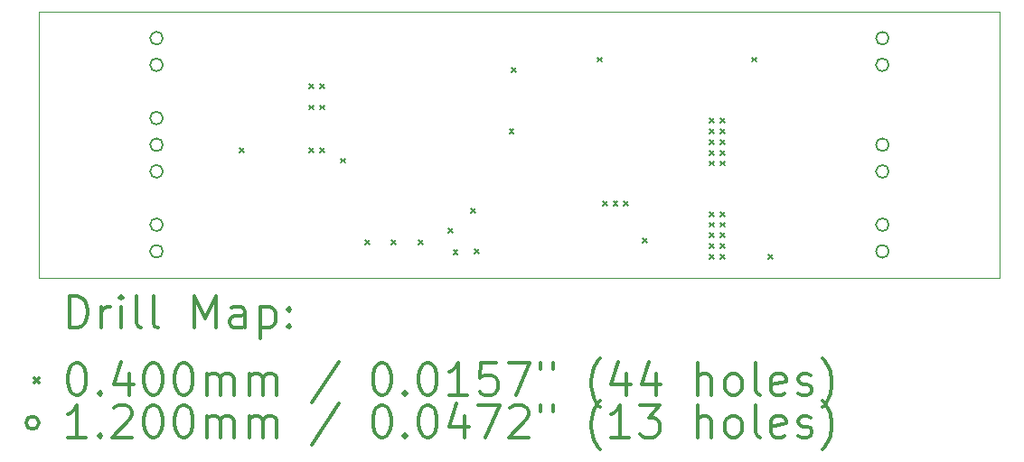
<source format=gbr>
%FSLAX45Y45*%
G04 Gerber Fmt 4.5, Leading zero omitted, Abs format (unit mm)*
G04 Created by KiCad (PCBNEW (5.1.10)-1) date 2021-10-18 13:49:50*
%MOMM*%
%LPD*%
G01*
G04 APERTURE LIST*
%TA.AperFunction,Profile*%
%ADD10C,0.050000*%
%TD*%
%ADD11C,0.200000*%
%ADD12C,0.300000*%
G04 APERTURE END LIST*
D10*
X10500000Y-12150000D02*
X10500000Y-9650000D01*
X19500000Y-12150000D02*
X10500000Y-12150000D01*
X19500000Y-9650000D02*
X19500000Y-12150000D01*
X10500000Y-9650000D02*
X19500000Y-9650000D01*
D11*
X12380000Y-10930000D02*
X12420000Y-10970000D01*
X12420000Y-10930000D02*
X12380000Y-10970000D01*
X13030000Y-10330000D02*
X13070000Y-10370000D01*
X13070000Y-10330000D02*
X13030000Y-10370000D01*
X13030000Y-10530000D02*
X13070000Y-10570000D01*
X13070000Y-10530000D02*
X13030000Y-10570000D01*
X13030000Y-10930000D02*
X13070000Y-10970000D01*
X13070000Y-10930000D02*
X13030000Y-10970000D01*
X13130000Y-10330000D02*
X13170000Y-10370000D01*
X13170000Y-10330000D02*
X13130000Y-10370000D01*
X13130000Y-10530000D02*
X13170000Y-10570000D01*
X13170000Y-10530000D02*
X13130000Y-10570000D01*
X13130000Y-10930000D02*
X13170000Y-10970000D01*
X13170000Y-10930000D02*
X13130000Y-10970000D01*
X13330000Y-11030000D02*
X13370000Y-11070000D01*
X13370000Y-11030000D02*
X13330000Y-11070000D01*
X13555000Y-11792499D02*
X13595000Y-11832499D01*
X13595000Y-11792499D02*
X13555000Y-11832499D01*
X13803125Y-11792499D02*
X13843125Y-11832499D01*
X13843125Y-11792499D02*
X13803125Y-11832499D01*
X14053125Y-11792499D02*
X14093125Y-11832499D01*
X14093125Y-11792499D02*
X14053125Y-11832499D01*
X14334999Y-11687500D02*
X14374999Y-11727500D01*
X14374999Y-11687500D02*
X14334999Y-11727500D01*
X14380000Y-11887499D02*
X14420000Y-11927499D01*
X14420000Y-11887499D02*
X14380000Y-11927499D01*
X14547501Y-11497377D02*
X14587501Y-11537377D01*
X14587501Y-11497377D02*
X14547501Y-11537377D01*
X14580000Y-11880000D02*
X14620000Y-11920000D01*
X14620000Y-11880000D02*
X14580000Y-11920000D01*
X14905000Y-10755000D02*
X14945000Y-10795000D01*
X14945000Y-10755000D02*
X14905000Y-10795000D01*
X14930000Y-10180000D02*
X14970000Y-10220000D01*
X14970000Y-10180000D02*
X14930000Y-10220000D01*
X15730000Y-10080000D02*
X15770000Y-10120000D01*
X15770000Y-10080000D02*
X15730000Y-10120000D01*
X15780000Y-11430000D02*
X15820000Y-11470000D01*
X15820000Y-11430000D02*
X15780000Y-11470000D01*
X15880000Y-11430000D02*
X15920000Y-11470000D01*
X15920000Y-11430000D02*
X15880000Y-11470000D01*
X15980000Y-11430000D02*
X16020000Y-11470000D01*
X16020000Y-11430000D02*
X15980000Y-11470000D01*
X16155000Y-11780000D02*
X16195000Y-11820000D01*
X16195000Y-11780000D02*
X16155000Y-11820000D01*
X16780000Y-10655000D02*
X16820000Y-10695000D01*
X16820000Y-10655000D02*
X16780000Y-10695000D01*
X16780000Y-10755000D02*
X16820000Y-10795000D01*
X16820000Y-10755000D02*
X16780000Y-10795000D01*
X16780000Y-10855000D02*
X16820000Y-10895000D01*
X16820000Y-10855000D02*
X16780000Y-10895000D01*
X16780000Y-10955000D02*
X16820000Y-10995000D01*
X16820000Y-10955000D02*
X16780000Y-10995000D01*
X16780000Y-11055000D02*
X16820000Y-11095000D01*
X16820000Y-11055000D02*
X16780000Y-11095000D01*
X16780000Y-11530000D02*
X16820000Y-11570000D01*
X16820000Y-11530000D02*
X16780000Y-11570000D01*
X16780000Y-11630000D02*
X16820000Y-11670000D01*
X16820000Y-11630000D02*
X16780000Y-11670000D01*
X16780000Y-11730000D02*
X16820000Y-11770000D01*
X16820000Y-11730000D02*
X16780000Y-11770000D01*
X16780000Y-11830000D02*
X16820000Y-11870000D01*
X16820000Y-11830000D02*
X16780000Y-11870000D01*
X16780000Y-11930000D02*
X16820000Y-11970000D01*
X16820000Y-11930000D02*
X16780000Y-11970000D01*
X16880000Y-10655000D02*
X16920000Y-10695000D01*
X16920000Y-10655000D02*
X16880000Y-10695000D01*
X16880000Y-10755000D02*
X16920000Y-10795000D01*
X16920000Y-10755000D02*
X16880000Y-10795000D01*
X16880000Y-10855000D02*
X16920000Y-10895000D01*
X16920000Y-10855000D02*
X16880000Y-10895000D01*
X16880000Y-10955000D02*
X16920000Y-10995000D01*
X16920000Y-10955000D02*
X16880000Y-10995000D01*
X16880000Y-11055000D02*
X16920000Y-11095000D01*
X16920000Y-11055000D02*
X16880000Y-11095000D01*
X16880000Y-11530000D02*
X16920000Y-11570000D01*
X16920000Y-11530000D02*
X16880000Y-11570000D01*
X16880000Y-11630000D02*
X16920000Y-11670000D01*
X16920000Y-11630000D02*
X16880000Y-11670000D01*
X16880000Y-11730000D02*
X16920000Y-11770000D01*
X16920000Y-11730000D02*
X16880000Y-11770000D01*
X16880000Y-11830000D02*
X16920000Y-11870000D01*
X16920000Y-11830000D02*
X16880000Y-11870000D01*
X16880000Y-11930000D02*
X16920000Y-11970000D01*
X16920000Y-11930000D02*
X16880000Y-11970000D01*
X17180000Y-10080000D02*
X17220000Y-10120000D01*
X17220000Y-10080000D02*
X17180000Y-10120000D01*
X17330000Y-11930000D02*
X17370000Y-11970000D01*
X17370000Y-11930000D02*
X17330000Y-11970000D01*
X11660000Y-9900000D02*
G75*
G03*
X11660000Y-9900000I-60000J0D01*
G01*
X11660000Y-10150000D02*
G75*
G03*
X11660000Y-10150000I-60000J0D01*
G01*
X11660000Y-10650000D02*
G75*
G03*
X11660000Y-10650000I-60000J0D01*
G01*
X11660000Y-10900000D02*
G75*
G03*
X11660000Y-10900000I-60000J0D01*
G01*
X11660000Y-11150000D02*
G75*
G03*
X11660000Y-11150000I-60000J0D01*
G01*
X11660000Y-11650000D02*
G75*
G03*
X11660000Y-11650000I-60000J0D01*
G01*
X11660000Y-11900000D02*
G75*
G03*
X11660000Y-11900000I-60000J0D01*
G01*
X18460000Y-9900000D02*
G75*
G03*
X18460000Y-9900000I-60000J0D01*
G01*
X18460000Y-10150000D02*
G75*
G03*
X18460000Y-10150000I-60000J0D01*
G01*
X18460000Y-10900000D02*
G75*
G03*
X18460000Y-10900000I-60000J0D01*
G01*
X18460000Y-11150000D02*
G75*
G03*
X18460000Y-11150000I-60000J0D01*
G01*
X18460000Y-11650000D02*
G75*
G03*
X18460000Y-11650000I-60000J0D01*
G01*
X18460000Y-11900000D02*
G75*
G03*
X18460000Y-11900000I-60000J0D01*
G01*
D12*
X10783928Y-12618214D02*
X10783928Y-12318214D01*
X10855357Y-12318214D01*
X10898214Y-12332500D01*
X10926786Y-12361071D01*
X10941071Y-12389643D01*
X10955357Y-12446786D01*
X10955357Y-12489643D01*
X10941071Y-12546786D01*
X10926786Y-12575357D01*
X10898214Y-12603929D01*
X10855357Y-12618214D01*
X10783928Y-12618214D01*
X11083928Y-12618214D02*
X11083928Y-12418214D01*
X11083928Y-12475357D02*
X11098214Y-12446786D01*
X11112500Y-12432500D01*
X11141071Y-12418214D01*
X11169643Y-12418214D01*
X11269643Y-12618214D02*
X11269643Y-12418214D01*
X11269643Y-12318214D02*
X11255357Y-12332500D01*
X11269643Y-12346786D01*
X11283928Y-12332500D01*
X11269643Y-12318214D01*
X11269643Y-12346786D01*
X11455357Y-12618214D02*
X11426786Y-12603929D01*
X11412500Y-12575357D01*
X11412500Y-12318214D01*
X11612500Y-12618214D02*
X11583928Y-12603929D01*
X11569643Y-12575357D01*
X11569643Y-12318214D01*
X11955357Y-12618214D02*
X11955357Y-12318214D01*
X12055357Y-12532500D01*
X12155357Y-12318214D01*
X12155357Y-12618214D01*
X12426786Y-12618214D02*
X12426786Y-12461071D01*
X12412500Y-12432500D01*
X12383928Y-12418214D01*
X12326786Y-12418214D01*
X12298214Y-12432500D01*
X12426786Y-12603929D02*
X12398214Y-12618214D01*
X12326786Y-12618214D01*
X12298214Y-12603929D01*
X12283928Y-12575357D01*
X12283928Y-12546786D01*
X12298214Y-12518214D01*
X12326786Y-12503929D01*
X12398214Y-12503929D01*
X12426786Y-12489643D01*
X12569643Y-12418214D02*
X12569643Y-12718214D01*
X12569643Y-12432500D02*
X12598214Y-12418214D01*
X12655357Y-12418214D01*
X12683928Y-12432500D01*
X12698214Y-12446786D01*
X12712500Y-12475357D01*
X12712500Y-12561071D01*
X12698214Y-12589643D01*
X12683928Y-12603929D01*
X12655357Y-12618214D01*
X12598214Y-12618214D01*
X12569643Y-12603929D01*
X12841071Y-12589643D02*
X12855357Y-12603929D01*
X12841071Y-12618214D01*
X12826786Y-12603929D01*
X12841071Y-12589643D01*
X12841071Y-12618214D01*
X12841071Y-12432500D02*
X12855357Y-12446786D01*
X12841071Y-12461071D01*
X12826786Y-12446786D01*
X12841071Y-12432500D01*
X12841071Y-12461071D01*
X10457500Y-13092500D02*
X10497500Y-13132500D01*
X10497500Y-13092500D02*
X10457500Y-13132500D01*
X10841071Y-12948214D02*
X10869643Y-12948214D01*
X10898214Y-12962500D01*
X10912500Y-12976786D01*
X10926786Y-13005357D01*
X10941071Y-13062500D01*
X10941071Y-13133929D01*
X10926786Y-13191071D01*
X10912500Y-13219643D01*
X10898214Y-13233929D01*
X10869643Y-13248214D01*
X10841071Y-13248214D01*
X10812500Y-13233929D01*
X10798214Y-13219643D01*
X10783928Y-13191071D01*
X10769643Y-13133929D01*
X10769643Y-13062500D01*
X10783928Y-13005357D01*
X10798214Y-12976786D01*
X10812500Y-12962500D01*
X10841071Y-12948214D01*
X11069643Y-13219643D02*
X11083928Y-13233929D01*
X11069643Y-13248214D01*
X11055357Y-13233929D01*
X11069643Y-13219643D01*
X11069643Y-13248214D01*
X11341071Y-13048214D02*
X11341071Y-13248214D01*
X11269643Y-12933929D02*
X11198214Y-13148214D01*
X11383928Y-13148214D01*
X11555357Y-12948214D02*
X11583928Y-12948214D01*
X11612500Y-12962500D01*
X11626786Y-12976786D01*
X11641071Y-13005357D01*
X11655357Y-13062500D01*
X11655357Y-13133929D01*
X11641071Y-13191071D01*
X11626786Y-13219643D01*
X11612500Y-13233929D01*
X11583928Y-13248214D01*
X11555357Y-13248214D01*
X11526786Y-13233929D01*
X11512500Y-13219643D01*
X11498214Y-13191071D01*
X11483928Y-13133929D01*
X11483928Y-13062500D01*
X11498214Y-13005357D01*
X11512500Y-12976786D01*
X11526786Y-12962500D01*
X11555357Y-12948214D01*
X11841071Y-12948214D02*
X11869643Y-12948214D01*
X11898214Y-12962500D01*
X11912500Y-12976786D01*
X11926786Y-13005357D01*
X11941071Y-13062500D01*
X11941071Y-13133929D01*
X11926786Y-13191071D01*
X11912500Y-13219643D01*
X11898214Y-13233929D01*
X11869643Y-13248214D01*
X11841071Y-13248214D01*
X11812500Y-13233929D01*
X11798214Y-13219643D01*
X11783928Y-13191071D01*
X11769643Y-13133929D01*
X11769643Y-13062500D01*
X11783928Y-13005357D01*
X11798214Y-12976786D01*
X11812500Y-12962500D01*
X11841071Y-12948214D01*
X12069643Y-13248214D02*
X12069643Y-13048214D01*
X12069643Y-13076786D02*
X12083928Y-13062500D01*
X12112500Y-13048214D01*
X12155357Y-13048214D01*
X12183928Y-13062500D01*
X12198214Y-13091071D01*
X12198214Y-13248214D01*
X12198214Y-13091071D02*
X12212500Y-13062500D01*
X12241071Y-13048214D01*
X12283928Y-13048214D01*
X12312500Y-13062500D01*
X12326786Y-13091071D01*
X12326786Y-13248214D01*
X12469643Y-13248214D02*
X12469643Y-13048214D01*
X12469643Y-13076786D02*
X12483928Y-13062500D01*
X12512500Y-13048214D01*
X12555357Y-13048214D01*
X12583928Y-13062500D01*
X12598214Y-13091071D01*
X12598214Y-13248214D01*
X12598214Y-13091071D02*
X12612500Y-13062500D01*
X12641071Y-13048214D01*
X12683928Y-13048214D01*
X12712500Y-13062500D01*
X12726786Y-13091071D01*
X12726786Y-13248214D01*
X13312500Y-12933929D02*
X13055357Y-13319643D01*
X13698214Y-12948214D02*
X13726786Y-12948214D01*
X13755357Y-12962500D01*
X13769643Y-12976786D01*
X13783928Y-13005357D01*
X13798214Y-13062500D01*
X13798214Y-13133929D01*
X13783928Y-13191071D01*
X13769643Y-13219643D01*
X13755357Y-13233929D01*
X13726786Y-13248214D01*
X13698214Y-13248214D01*
X13669643Y-13233929D01*
X13655357Y-13219643D01*
X13641071Y-13191071D01*
X13626786Y-13133929D01*
X13626786Y-13062500D01*
X13641071Y-13005357D01*
X13655357Y-12976786D01*
X13669643Y-12962500D01*
X13698214Y-12948214D01*
X13926786Y-13219643D02*
X13941071Y-13233929D01*
X13926786Y-13248214D01*
X13912500Y-13233929D01*
X13926786Y-13219643D01*
X13926786Y-13248214D01*
X14126786Y-12948214D02*
X14155357Y-12948214D01*
X14183928Y-12962500D01*
X14198214Y-12976786D01*
X14212500Y-13005357D01*
X14226786Y-13062500D01*
X14226786Y-13133929D01*
X14212500Y-13191071D01*
X14198214Y-13219643D01*
X14183928Y-13233929D01*
X14155357Y-13248214D01*
X14126786Y-13248214D01*
X14098214Y-13233929D01*
X14083928Y-13219643D01*
X14069643Y-13191071D01*
X14055357Y-13133929D01*
X14055357Y-13062500D01*
X14069643Y-13005357D01*
X14083928Y-12976786D01*
X14098214Y-12962500D01*
X14126786Y-12948214D01*
X14512500Y-13248214D02*
X14341071Y-13248214D01*
X14426786Y-13248214D02*
X14426786Y-12948214D01*
X14398214Y-12991071D01*
X14369643Y-13019643D01*
X14341071Y-13033929D01*
X14783928Y-12948214D02*
X14641071Y-12948214D01*
X14626786Y-13091071D01*
X14641071Y-13076786D01*
X14669643Y-13062500D01*
X14741071Y-13062500D01*
X14769643Y-13076786D01*
X14783928Y-13091071D01*
X14798214Y-13119643D01*
X14798214Y-13191071D01*
X14783928Y-13219643D01*
X14769643Y-13233929D01*
X14741071Y-13248214D01*
X14669643Y-13248214D01*
X14641071Y-13233929D01*
X14626786Y-13219643D01*
X14898214Y-12948214D02*
X15098214Y-12948214D01*
X14969643Y-13248214D01*
X15198214Y-12948214D02*
X15198214Y-13005357D01*
X15312500Y-12948214D02*
X15312500Y-13005357D01*
X15755357Y-13362500D02*
X15741071Y-13348214D01*
X15712500Y-13305357D01*
X15698214Y-13276786D01*
X15683928Y-13233929D01*
X15669643Y-13162500D01*
X15669643Y-13105357D01*
X15683928Y-13033929D01*
X15698214Y-12991071D01*
X15712500Y-12962500D01*
X15741071Y-12919643D01*
X15755357Y-12905357D01*
X15998214Y-13048214D02*
X15998214Y-13248214D01*
X15926786Y-12933929D02*
X15855357Y-13148214D01*
X16041071Y-13148214D01*
X16283928Y-13048214D02*
X16283928Y-13248214D01*
X16212500Y-12933929D02*
X16141071Y-13148214D01*
X16326786Y-13148214D01*
X16669643Y-13248214D02*
X16669643Y-12948214D01*
X16798214Y-13248214D02*
X16798214Y-13091071D01*
X16783928Y-13062500D01*
X16755357Y-13048214D01*
X16712500Y-13048214D01*
X16683928Y-13062500D01*
X16669643Y-13076786D01*
X16983928Y-13248214D02*
X16955357Y-13233929D01*
X16941071Y-13219643D01*
X16926786Y-13191071D01*
X16926786Y-13105357D01*
X16941071Y-13076786D01*
X16955357Y-13062500D01*
X16983928Y-13048214D01*
X17026786Y-13048214D01*
X17055357Y-13062500D01*
X17069643Y-13076786D01*
X17083928Y-13105357D01*
X17083928Y-13191071D01*
X17069643Y-13219643D01*
X17055357Y-13233929D01*
X17026786Y-13248214D01*
X16983928Y-13248214D01*
X17255357Y-13248214D02*
X17226786Y-13233929D01*
X17212500Y-13205357D01*
X17212500Y-12948214D01*
X17483928Y-13233929D02*
X17455357Y-13248214D01*
X17398214Y-13248214D01*
X17369643Y-13233929D01*
X17355357Y-13205357D01*
X17355357Y-13091071D01*
X17369643Y-13062500D01*
X17398214Y-13048214D01*
X17455357Y-13048214D01*
X17483928Y-13062500D01*
X17498214Y-13091071D01*
X17498214Y-13119643D01*
X17355357Y-13148214D01*
X17612500Y-13233929D02*
X17641071Y-13248214D01*
X17698214Y-13248214D01*
X17726786Y-13233929D01*
X17741071Y-13205357D01*
X17741071Y-13191071D01*
X17726786Y-13162500D01*
X17698214Y-13148214D01*
X17655357Y-13148214D01*
X17626786Y-13133929D01*
X17612500Y-13105357D01*
X17612500Y-13091071D01*
X17626786Y-13062500D01*
X17655357Y-13048214D01*
X17698214Y-13048214D01*
X17726786Y-13062500D01*
X17841071Y-13362500D02*
X17855357Y-13348214D01*
X17883928Y-13305357D01*
X17898214Y-13276786D01*
X17912500Y-13233929D01*
X17926786Y-13162500D01*
X17926786Y-13105357D01*
X17912500Y-13033929D01*
X17898214Y-12991071D01*
X17883928Y-12962500D01*
X17855357Y-12919643D01*
X17841071Y-12905357D01*
X10497500Y-13508500D02*
G75*
G03*
X10497500Y-13508500I-60000J0D01*
G01*
X10941071Y-13644214D02*
X10769643Y-13644214D01*
X10855357Y-13644214D02*
X10855357Y-13344214D01*
X10826786Y-13387071D01*
X10798214Y-13415643D01*
X10769643Y-13429929D01*
X11069643Y-13615643D02*
X11083928Y-13629929D01*
X11069643Y-13644214D01*
X11055357Y-13629929D01*
X11069643Y-13615643D01*
X11069643Y-13644214D01*
X11198214Y-13372786D02*
X11212500Y-13358500D01*
X11241071Y-13344214D01*
X11312500Y-13344214D01*
X11341071Y-13358500D01*
X11355357Y-13372786D01*
X11369643Y-13401357D01*
X11369643Y-13429929D01*
X11355357Y-13472786D01*
X11183928Y-13644214D01*
X11369643Y-13644214D01*
X11555357Y-13344214D02*
X11583928Y-13344214D01*
X11612500Y-13358500D01*
X11626786Y-13372786D01*
X11641071Y-13401357D01*
X11655357Y-13458500D01*
X11655357Y-13529929D01*
X11641071Y-13587071D01*
X11626786Y-13615643D01*
X11612500Y-13629929D01*
X11583928Y-13644214D01*
X11555357Y-13644214D01*
X11526786Y-13629929D01*
X11512500Y-13615643D01*
X11498214Y-13587071D01*
X11483928Y-13529929D01*
X11483928Y-13458500D01*
X11498214Y-13401357D01*
X11512500Y-13372786D01*
X11526786Y-13358500D01*
X11555357Y-13344214D01*
X11841071Y-13344214D02*
X11869643Y-13344214D01*
X11898214Y-13358500D01*
X11912500Y-13372786D01*
X11926786Y-13401357D01*
X11941071Y-13458500D01*
X11941071Y-13529929D01*
X11926786Y-13587071D01*
X11912500Y-13615643D01*
X11898214Y-13629929D01*
X11869643Y-13644214D01*
X11841071Y-13644214D01*
X11812500Y-13629929D01*
X11798214Y-13615643D01*
X11783928Y-13587071D01*
X11769643Y-13529929D01*
X11769643Y-13458500D01*
X11783928Y-13401357D01*
X11798214Y-13372786D01*
X11812500Y-13358500D01*
X11841071Y-13344214D01*
X12069643Y-13644214D02*
X12069643Y-13444214D01*
X12069643Y-13472786D02*
X12083928Y-13458500D01*
X12112500Y-13444214D01*
X12155357Y-13444214D01*
X12183928Y-13458500D01*
X12198214Y-13487071D01*
X12198214Y-13644214D01*
X12198214Y-13487071D02*
X12212500Y-13458500D01*
X12241071Y-13444214D01*
X12283928Y-13444214D01*
X12312500Y-13458500D01*
X12326786Y-13487071D01*
X12326786Y-13644214D01*
X12469643Y-13644214D02*
X12469643Y-13444214D01*
X12469643Y-13472786D02*
X12483928Y-13458500D01*
X12512500Y-13444214D01*
X12555357Y-13444214D01*
X12583928Y-13458500D01*
X12598214Y-13487071D01*
X12598214Y-13644214D01*
X12598214Y-13487071D02*
X12612500Y-13458500D01*
X12641071Y-13444214D01*
X12683928Y-13444214D01*
X12712500Y-13458500D01*
X12726786Y-13487071D01*
X12726786Y-13644214D01*
X13312500Y-13329929D02*
X13055357Y-13715643D01*
X13698214Y-13344214D02*
X13726786Y-13344214D01*
X13755357Y-13358500D01*
X13769643Y-13372786D01*
X13783928Y-13401357D01*
X13798214Y-13458500D01*
X13798214Y-13529929D01*
X13783928Y-13587071D01*
X13769643Y-13615643D01*
X13755357Y-13629929D01*
X13726786Y-13644214D01*
X13698214Y-13644214D01*
X13669643Y-13629929D01*
X13655357Y-13615643D01*
X13641071Y-13587071D01*
X13626786Y-13529929D01*
X13626786Y-13458500D01*
X13641071Y-13401357D01*
X13655357Y-13372786D01*
X13669643Y-13358500D01*
X13698214Y-13344214D01*
X13926786Y-13615643D02*
X13941071Y-13629929D01*
X13926786Y-13644214D01*
X13912500Y-13629929D01*
X13926786Y-13615643D01*
X13926786Y-13644214D01*
X14126786Y-13344214D02*
X14155357Y-13344214D01*
X14183928Y-13358500D01*
X14198214Y-13372786D01*
X14212500Y-13401357D01*
X14226786Y-13458500D01*
X14226786Y-13529929D01*
X14212500Y-13587071D01*
X14198214Y-13615643D01*
X14183928Y-13629929D01*
X14155357Y-13644214D01*
X14126786Y-13644214D01*
X14098214Y-13629929D01*
X14083928Y-13615643D01*
X14069643Y-13587071D01*
X14055357Y-13529929D01*
X14055357Y-13458500D01*
X14069643Y-13401357D01*
X14083928Y-13372786D01*
X14098214Y-13358500D01*
X14126786Y-13344214D01*
X14483928Y-13444214D02*
X14483928Y-13644214D01*
X14412500Y-13329929D02*
X14341071Y-13544214D01*
X14526786Y-13544214D01*
X14612500Y-13344214D02*
X14812500Y-13344214D01*
X14683928Y-13644214D01*
X14912500Y-13372786D02*
X14926786Y-13358500D01*
X14955357Y-13344214D01*
X15026786Y-13344214D01*
X15055357Y-13358500D01*
X15069643Y-13372786D01*
X15083928Y-13401357D01*
X15083928Y-13429929D01*
X15069643Y-13472786D01*
X14898214Y-13644214D01*
X15083928Y-13644214D01*
X15198214Y-13344214D02*
X15198214Y-13401357D01*
X15312500Y-13344214D02*
X15312500Y-13401357D01*
X15755357Y-13758500D02*
X15741071Y-13744214D01*
X15712500Y-13701357D01*
X15698214Y-13672786D01*
X15683928Y-13629929D01*
X15669643Y-13558500D01*
X15669643Y-13501357D01*
X15683928Y-13429929D01*
X15698214Y-13387071D01*
X15712500Y-13358500D01*
X15741071Y-13315643D01*
X15755357Y-13301357D01*
X16026786Y-13644214D02*
X15855357Y-13644214D01*
X15941071Y-13644214D02*
X15941071Y-13344214D01*
X15912500Y-13387071D01*
X15883928Y-13415643D01*
X15855357Y-13429929D01*
X16126786Y-13344214D02*
X16312500Y-13344214D01*
X16212500Y-13458500D01*
X16255357Y-13458500D01*
X16283928Y-13472786D01*
X16298214Y-13487071D01*
X16312500Y-13515643D01*
X16312500Y-13587071D01*
X16298214Y-13615643D01*
X16283928Y-13629929D01*
X16255357Y-13644214D01*
X16169643Y-13644214D01*
X16141071Y-13629929D01*
X16126786Y-13615643D01*
X16669643Y-13644214D02*
X16669643Y-13344214D01*
X16798214Y-13644214D02*
X16798214Y-13487071D01*
X16783928Y-13458500D01*
X16755357Y-13444214D01*
X16712500Y-13444214D01*
X16683928Y-13458500D01*
X16669643Y-13472786D01*
X16983928Y-13644214D02*
X16955357Y-13629929D01*
X16941071Y-13615643D01*
X16926786Y-13587071D01*
X16926786Y-13501357D01*
X16941071Y-13472786D01*
X16955357Y-13458500D01*
X16983928Y-13444214D01*
X17026786Y-13444214D01*
X17055357Y-13458500D01*
X17069643Y-13472786D01*
X17083928Y-13501357D01*
X17083928Y-13587071D01*
X17069643Y-13615643D01*
X17055357Y-13629929D01*
X17026786Y-13644214D01*
X16983928Y-13644214D01*
X17255357Y-13644214D02*
X17226786Y-13629929D01*
X17212500Y-13601357D01*
X17212500Y-13344214D01*
X17483928Y-13629929D02*
X17455357Y-13644214D01*
X17398214Y-13644214D01*
X17369643Y-13629929D01*
X17355357Y-13601357D01*
X17355357Y-13487071D01*
X17369643Y-13458500D01*
X17398214Y-13444214D01*
X17455357Y-13444214D01*
X17483928Y-13458500D01*
X17498214Y-13487071D01*
X17498214Y-13515643D01*
X17355357Y-13544214D01*
X17612500Y-13629929D02*
X17641071Y-13644214D01*
X17698214Y-13644214D01*
X17726786Y-13629929D01*
X17741071Y-13601357D01*
X17741071Y-13587071D01*
X17726786Y-13558500D01*
X17698214Y-13544214D01*
X17655357Y-13544214D01*
X17626786Y-13529929D01*
X17612500Y-13501357D01*
X17612500Y-13487071D01*
X17626786Y-13458500D01*
X17655357Y-13444214D01*
X17698214Y-13444214D01*
X17726786Y-13458500D01*
X17841071Y-13758500D02*
X17855357Y-13744214D01*
X17883928Y-13701357D01*
X17898214Y-13672786D01*
X17912500Y-13629929D01*
X17926786Y-13558500D01*
X17926786Y-13501357D01*
X17912500Y-13429929D01*
X17898214Y-13387071D01*
X17883928Y-13358500D01*
X17855357Y-13315643D01*
X17841071Y-13301357D01*
M02*

</source>
